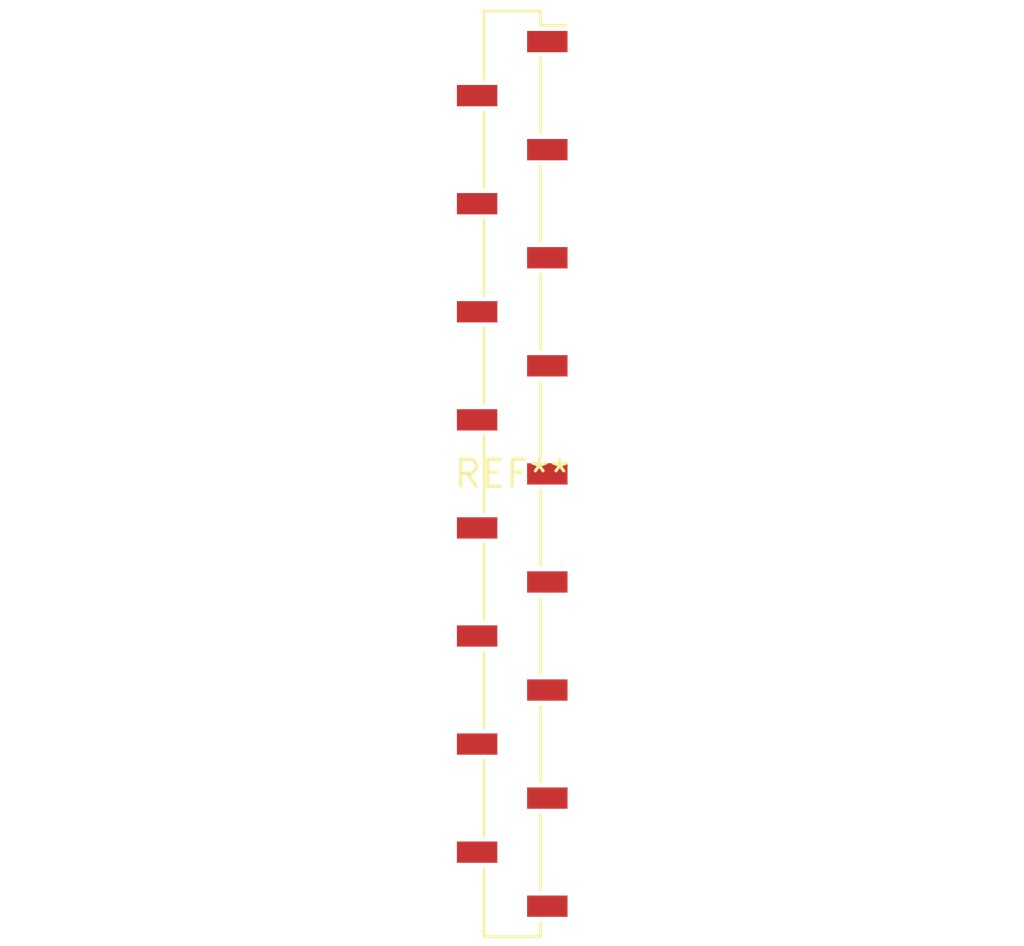
<source format=kicad_pcb>
(kicad_pcb (version 20240108) (generator pcbnew)
  (layers (0 "F.Cu" signal) (31 "B.Cu" signal) (34 "B.Paste" user) (35 "F.Paste" user) (36 "B.SilkS" user "B.Silkscreen") (37 "F.SilkS" user "F.Silkscreen") (38 "B.Mask" user) (39 "F.Mask" user) (44 "Edge.Cuts" user))
  (net 0 "")
  (footprint "PinSocket_1x17_P2.54mm_Vertical_SMD_Pin1Right" (layer "F.Cu") (at 0 0)
    (property "Reference" "REF**")
    (property "Value" "PinSocket_1x17_P2.54mm_Vertical_SMD_Pin1Right")
    (fp_line (start -1.33 -21.75) (end -1.33 -18.54) (layer "F.SilkS") (stroke (width 0.12)))
    (fp_line (start -1.33 -21.75) (end 1.33 -21.75) (layer "F.SilkS") (stroke (width 0.12)))
    (fp_line (start -1.33 -17.02) (end -1.33 -13.46) (layer "F.SilkS") (stroke (width 0.12)))
    (fp_line (start -1.33 -11.94) (end -1.33 -8.38) (layer "F.SilkS") (stroke (width 0.12)))
    (fp_line (start -1.33 -6.86) (end -1.33 -3.3) (layer "F.SilkS") (stroke (width 0.12)))
    (fp_line (start -1.33 -1.78) (end -1.33 1.78) (layer "F.SilkS") (stroke (width 0.12)))
    (fp_line (start -1.33 3.3) (end -1.33 6.86) (layer "F.SilkS") (stroke (width 0.12)))
    (fp_line (start -1.33 8.38) (end -1.33 11.94) (layer "F.SilkS") (stroke (width 0.12)))
    (fp_line (start -1.33 13.46) (end -1.33 17.02) (layer "F.SilkS") (stroke (width 0.12)))
    (fp_line (start -1.33 18.54) (end -1.33 21.75) (layer "F.SilkS") (stroke (width 0.12)))
    (fp_line (start -1.33 21.75) (end 1.33 21.75) (layer "F.SilkS") (stroke (width 0.12)))
    (fp_line (start 1.33 -21.75) (end 1.33 -21.08) (layer "F.SilkS") (stroke (width 0.12)))
    (fp_line (start 1.33 -21.08) (end 2.54 -21.08) (layer "F.SilkS") (stroke (width 0.12)))
    (fp_line (start 1.33 -19.56) (end 1.33 -16) (layer "F.SilkS") (stroke (width 0.12)))
    (fp_line (start 1.33 -14.48) (end 1.33 -10.92) (layer "F.SilkS") (stroke (width 0.12)))
    (fp_line (start 1.33 -9.4) (end 1.33 -5.84) (layer "F.SilkS") (stroke (width 0.12)))
    (fp_line (start 1.33 -4.32) (end 1.33 -0.76) (layer "F.SilkS") (stroke (width 0.12)))
    (fp_line (start 1.33 0.76) (end 1.33 4.32) (layer "F.SilkS") (stroke (width 0.12)))
    (fp_line (start 1.33 5.84) (end 1.33 9.4) (layer "F.SilkS") (stroke (width 0.12)))
    (fp_line (start 1.33 10.92) (end 1.33 14.48) (layer "F.SilkS") (stroke (width 0.12)))
    (fp_line (start 1.33 16) (end 1.33 19.56) (layer "F.SilkS") (stroke (width 0.12)))
    (fp_line (start 1.33 21.08) (end 1.33 21.75) (layer "F.SilkS") (stroke (width 0.12)))
    (pad "1" smd rect (at 1.65 -20.32) (size 1.9 1) (layers "F.Cu" "F.Paste" "F.Mask"))
    (pad "2" smd rect (at -1.65 -17.78) (size 1.9 1) (layers "F.Cu" "F.Paste" "F.Mask"))
    (pad "3" smd rect (at 1.65 -15.24) (size 1.9 1) (layers "F.Cu" "F.Paste" "F.Mask"))
    (pad "4" smd rect (at -1.65 -12.7) (size 1.9 1) (layers "F.Cu" "F.Paste" "F.Mask"))
    (pad "5" smd rect (at 1.65 -10.16) (size 1.9 1) (layers "F.Cu" "F.Paste" "F.Mask"))
    (pad "6" smd rect (at -1.65 -7.62) (size 1.9 1) (layers "F.Cu" "F.Paste" "F.Mask"))
    (pad "7" smd rect (at 1.65 -5.08) (size 1.9 1) (layers "F.Cu" "F.Paste" "F.Mask"))
    (pad "8" smd rect (at -1.65 -2.54) (size 1.9 1) (layers "F.Cu" "F.Paste" "F.Mask"))
    (pad "9" smd rect (at 1.65 0) (size 1.9 1) (layers "F.Cu" "F.Paste" "F.Mask"))
    (pad "10" smd rect (at -1.65 2.54) (size 1.9 1) (layers "F.Cu" "F.Paste" "F.Mask"))
    (pad "11" smd rect (at 1.65 5.08) (size 1.9 1) (layers "F.Cu" "F.Paste" "F.Mask"))
    (pad "12" smd rect (at -1.65 7.62) (size 1.9 1) (layers "F.Cu" "F.Paste" "F.Mask"))
    (pad "13" smd rect (at 1.65 10.16) (size 1.9 1) (layers "F.Cu" "F.Paste" "F.Mask"))
    (pad "14" smd rect (at -1.65 12.7) (size 1.9 1) (layers "F.Cu" "F.Paste" "F.Mask"))
    (pad "15" smd rect (at 1.65 15.24) (size 1.9 1) (layers "F.Cu" "F.Paste" "F.Mask"))
    (pad "16" smd rect (at -1.65 17.78) (size 1.9 1) (layers "F.Cu" "F.Paste" "F.Mask"))
    (pad "17" smd rect (at 1.65 20.32) (size 1.9 1) (layers "F.Cu" "F.Paste" "F.Mask"))
  )
)
</source>
